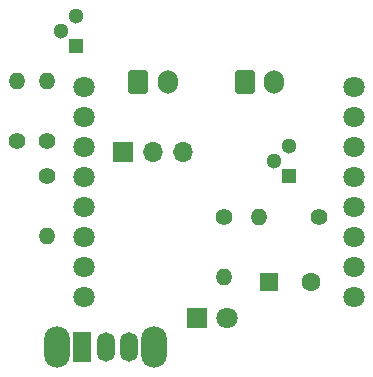
<source format=gbr>
%TF.GenerationSoftware,KiCad,Pcbnew,9.0.0*%
%TF.CreationDate,2025-04-30T15:49:22-03:00*%
%TF.ProjectId,Mini D1 Puck,4d696e69-2044-4312-9050-75636b2e6b69,rev?*%
%TF.SameCoordinates,Original*%
%TF.FileFunction,Soldermask,Bot*%
%TF.FilePolarity,Negative*%
%FSLAX46Y46*%
G04 Gerber Fmt 4.6, Leading zero omitted, Abs format (unit mm)*
G04 Created by KiCad (PCBNEW 9.0.0) date 2025-04-30 15:49:22*
%MOMM*%
%LPD*%
G01*
G04 APERTURE LIST*
G04 Aperture macros list*
%AMRoundRect*
0 Rectangle with rounded corners*
0 $1 Rounding radius*
0 $2 $3 $4 $5 $6 $7 $8 $9 X,Y pos of 4 corners*
0 Add a 4 corners polygon primitive as box body*
4,1,4,$2,$3,$4,$5,$6,$7,$8,$9,$2,$3,0*
0 Add four circle primitives for the rounded corners*
1,1,$1+$1,$2,$3*
1,1,$1+$1,$4,$5*
1,1,$1+$1,$6,$7*
1,1,$1+$1,$8,$9*
0 Add four rect primitives between the rounded corners*
20,1,$1+$1,$2,$3,$4,$5,0*
20,1,$1+$1,$4,$5,$6,$7,0*
20,1,$1+$1,$6,$7,$8,$9,0*
20,1,$1+$1,$8,$9,$2,$3,0*%
G04 Aperture macros list end*
%ADD10C,1.800000*%
%ADD11C,1.400000*%
%ADD12O,1.400000X1.400000*%
%ADD13R,1.300000X1.300000*%
%ADD14C,1.300000*%
%ADD15O,1.700000X2.000000*%
%ADD16RoundRect,0.250000X-0.600000X-0.750000X0.600000X-0.750000X0.600000X0.750000X-0.600000X0.750000X0*%
%ADD17C,1.600000*%
%ADD18R,1.600000X1.600000*%
%ADD19O,2.200000X3.500000*%
%ADD20R,1.500000X2.500000*%
%ADD21O,1.500000X2.500000*%
%ADD22R,1.700000X1.700000*%
%ADD23O,1.700000X1.700000*%
%ADD24R,1.800000X1.800000*%
G04 APERTURE END LIST*
D10*
%TO.C,U1*%
X200000000Y-77780000D03*
X200000000Y-75240000D03*
X200000000Y-72700000D03*
X200000000Y-70160000D03*
X200000000Y-67620000D03*
X200000000Y-65080000D03*
X200000000Y-62540000D03*
X200000000Y-60000000D03*
X177140000Y-60000000D03*
X177140000Y-62540000D03*
X177140000Y-65080000D03*
X177140000Y-67620000D03*
X177140000Y-70160000D03*
X177140000Y-72700000D03*
X177140000Y-75240000D03*
X177140000Y-77780000D03*
%TD*%
D11*
%TO.C,R5*%
X174000000Y-67500000D03*
D12*
X174000000Y-72580000D03*
%TD*%
D11*
%TO.C,R4*%
X171500000Y-64500000D03*
D12*
X171500000Y-59420000D03*
%TD*%
D11*
%TO.C,R3*%
X174000000Y-64540000D03*
D12*
X174000000Y-59460000D03*
%TD*%
D13*
%TO.C,Q2*%
X176500000Y-56500000D03*
D14*
X175230000Y-55230000D03*
X176500000Y-53960000D03*
%TD*%
D15*
%TO.C,BATT*%
X184250000Y-59532500D03*
D16*
X181750000Y-59532500D03*
%TD*%
D17*
%TO.C,C1*%
X196347349Y-76500000D03*
D18*
X192847349Y-76500000D03*
%TD*%
D19*
%TO.C,SW1*%
X174900000Y-82000000D03*
X183100000Y-82000000D03*
D20*
X177000000Y-82000000D03*
D21*
X179000000Y-82000000D03*
X181000000Y-82000000D03*
%TD*%
D22*
%TO.C,J1*%
X180500000Y-65500000D03*
D23*
X183040000Y-65500000D03*
X185580000Y-65500000D03*
%TD*%
D13*
%TO.C,Q1*%
X194500000Y-67500000D03*
D14*
X193230000Y-66230000D03*
X194500000Y-64960000D03*
%TD*%
D24*
%TO.C,D1*%
X186730000Y-79500000D03*
D10*
X189270000Y-79500000D03*
%TD*%
D11*
%TO.C,R2*%
X189000000Y-70960000D03*
D12*
X189000000Y-76040000D03*
%TD*%
D16*
%TO.C,MOTOR*%
X190750000Y-59532500D03*
D15*
X193250000Y-59532500D03*
%TD*%
D11*
%TO.C,R1*%
X197040000Y-71000000D03*
D12*
X191960000Y-71000000D03*
%TD*%
M02*

</source>
